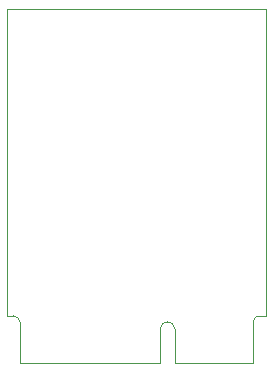
<source format=gm1>
%TF.GenerationSoftware,KiCad,Pcbnew,6.0.11-3.fc37*%
%TF.CreationDate,2023-03-29T00:48:19+01:00*%
%TF.ProjectId,nRF,6e52462e-6b69-4636-9164-5f7063625858,1*%
%TF.SameCoordinates,Original*%
%TF.FileFunction,Profile,NP*%
%FSLAX46Y46*%
G04 Gerber Fmt 4.6, Leading zero omitted, Abs format (unit mm)*
G04 Created by KiCad (PCBNEW 6.0.11-3.fc37) date 2023-03-29 00:48:19*
%MOMM*%
%LPD*%
G01*
G04 APERTURE LIST*
%TA.AperFunction,Profile*%
%ADD10C,0.010000*%
%TD*%
G04 APERTURE END LIST*
D10*
X45775000Y-45025000D02*
X45775000Y-19025000D01*
X23775000Y-45025000D02*
X23775000Y-19025000D01*
X45775000Y-19025000D02*
X23775000Y-19025000D01*
%TO.C,M1*%
X44675000Y-49025000D02*
X38000000Y-49025000D01*
X36800000Y-49025000D02*
X36800000Y-46125000D01*
X38000000Y-49025000D02*
X38000000Y-46125000D01*
X24875000Y-49025000D02*
X36800000Y-49025000D01*
X44675000Y-49025000D02*
X44675000Y-45525000D01*
X23775000Y-45025000D02*
X24375000Y-45025000D01*
X24875000Y-49025000D02*
X24875000Y-45525000D01*
X45775000Y-45025000D02*
X45175000Y-45025000D01*
X38000000Y-46125000D02*
G75*
G03*
X36800000Y-46125000I-600000J0D01*
G01*
X45175000Y-45025000D02*
G75*
G03*
X44675000Y-45525000I0J-500000D01*
G01*
X24875000Y-45525000D02*
G75*
G03*
X24375000Y-45025000I-500001J-1D01*
G01*
%TD*%
M02*

</source>
